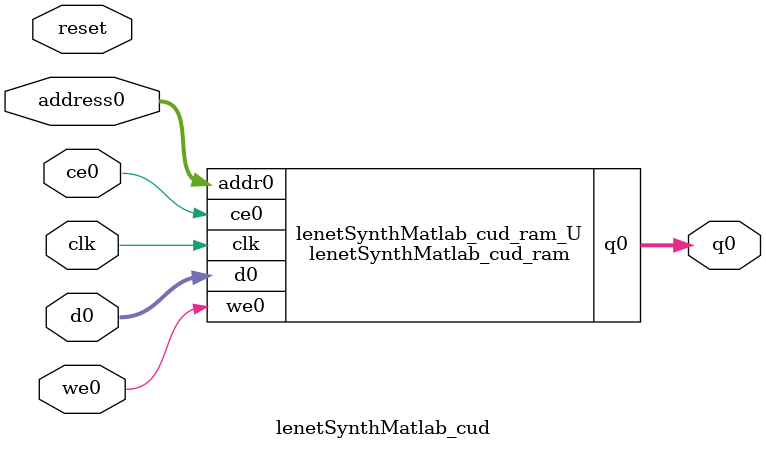
<source format=v>

`timescale 1 ns / 1 ps
module lenetSynthMatlab_cud_ram (addr0, ce0, d0, we0, q0,  clk);

parameter DWIDTH = 64;
parameter AWIDTH = 11;
parameter MEM_SIZE = 1176;

input[AWIDTH-1:0] addr0;
input ce0;
input[DWIDTH-1:0] d0;
input we0;
output reg[DWIDTH-1:0] q0;
input clk;

(* ram_style = "block" *)reg [DWIDTH-1:0] ram[0:MEM_SIZE-1];




always @(posedge clk)  
begin 
    if (ce0) 
    begin
        if (we0) 
        begin 
            ram[addr0] <= d0; 
            q0 <= d0;
        end 
        else 
            q0 <= ram[addr0];
    end
end


endmodule


`timescale 1 ns / 1 ps
module lenetSynthMatlab_cud(
    reset,
    clk,
    address0,
    ce0,
    we0,
    d0,
    q0);

parameter DataWidth = 32'd64;
parameter AddressRange = 32'd1176;
parameter AddressWidth = 32'd11;
input reset;
input clk;
input[AddressWidth - 1:0] address0;
input ce0;
input we0;
input[DataWidth - 1:0] d0;
output[DataWidth - 1:0] q0;



lenetSynthMatlab_cud_ram lenetSynthMatlab_cud_ram_U(
    .clk( clk ),
    .addr0( address0 ),
    .ce0( ce0 ),
    .we0( we0 ),
    .d0( d0 ),
    .q0( q0 ));

endmodule


</source>
